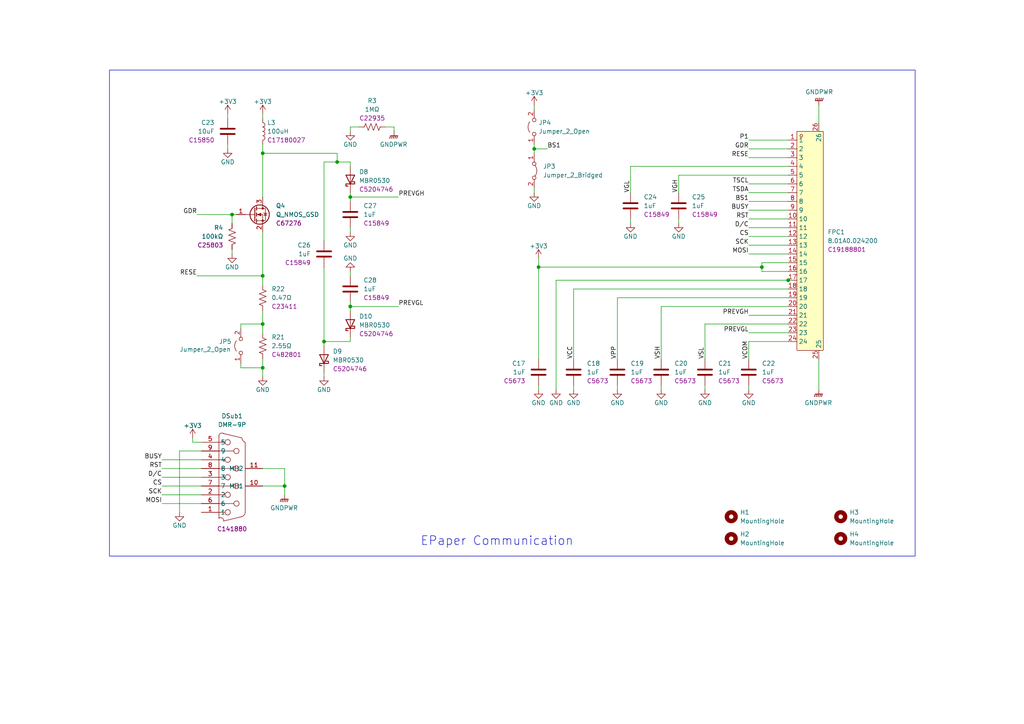
<source format=kicad_sch>
(kicad_sch (version 20250114) (generator "eeschema") (generator_version "9.0")
  (paper "A4")
  (title_block (title "Loft & Lie Line Alignment") (date "2025-02-06") (rev "Proto") (company "Ping Inc.") (comment 1 "MXXXX-2000") (comment 2 "MXXXX-6800") (comment 3 "Jerry Chau") (comment 4 "Jerry Chau"))
  (lib_symbols
    (symbol "JLCPCB_Capacitors_Basic:10uF_0805" (pin_numbers (hide yes)) (pin_names (offset 0.254))
      (property "Reference" "C" (at 0.635 2.54 0))
      (property "Value" "10uF" (at 0.635 -2.54 0))
      (property "JLCPCB Part #" "C15850" (at 4.572 -4.572 0))
      (symbol "10uF_0805_0_1"
        (polyline (pts (xy -2.032 0.762) (xy 2.032 0.762)) (stroke (width 0.508)))
        (polyline (pts (xy -2.032 -0.762) (xy 2.032 -0.762)) (stroke (width 0.508)))
      )
      (symbol "10uF_0805_1_1"
        (pin passive line (at 0 3.81 270) (length 2.794) (name "~") (number "1"))
        (pin passive line (at 0 -3.81 90) (length 2.794) (name "~") (number "2"))
      )
    )
    (symbol "JLCPCB_Capacitors_Basic:1uF_0603" (pin_numbers (hide yes)) (pin_names (offset 0.254))
      (property "Reference" "C" (at 0.635 2.54 0))
      (property "Value" "1uF" (at 0.635 -2.54 0))
      (property "JLCPCB Part #" "C15849" (at 4.572 -4.572 0))
      (symbol "1uF_0603_0_1"
        (polyline (pts (xy -2.032 0.762) (xy 2.032 0.762)) (stroke (width 0.508)))
        (polyline (pts (xy -2.032 -0.762) (xy 2.032 -0.762)) (stroke (width 0.508)))
      )
      (symbol "1uF_0603_1_1"
        (pin passive line (at 0 3.81 270) (length 2.794) (name "~") (number "1"))
        (pin passive line (at 0 -3.81 90) (length 2.794) (name "~") (number "2"))
      )
    )
    (symbol "JLCPCB_Capacitors_Extended:1uF_0603" (pin_numbers (hide yes)) (pin_names (offset 0.254))
      (property "Reference" "C" (at 0.635 2.54 0))
      (property "Value" "1uF" (at 0.635 -2.54 0))
      (property "JLCPCB Part #" "C5673" (at 4.572 -4.572 0))
      (symbol "1uF_0603_0_1"
        (polyline (pts (xy -2.032 0.762) (xy 2.032 0.762)) (stroke (width 0.508)))
        (polyline (pts (xy -2.032 -0.762) (xy 2.032 -0.762)) (stroke (width 0.508)))
      )
      (symbol "1uF_0603_1_1"
        (pin passive line (at 0 3.81 270) (length 2.794) (name "~") (number "1"))
        (pin passive line (at 0 -3.81 90) (length 2.794) (name "~") (number "2"))
      )
    )
    (symbol "JLCPCB_Connectors_Ribbon:8.01A0.024200"
      (property "Reference" "FPC" (at 0 39.37 0))
      (property "Value" "8.01A0.024200" (at 0 -39.37 0))
      (property "Supplier PN" "C19188801" (at 0 0 0))
      (symbol "8.01A0.024200_0_1"
        (rectangle (start -2.54 31.75) (end 5.08 -31.75) (fill (type background)))
        (circle (center -1.27 30.48) (radius 0.38))
        (pin unspecified line (at -5.08 29.21 0) (length 2.54) (name "1") (number "1"))
        (pin unspecified line (at -5.08 26.67 0) (length 2.54) (name "2") (number "2"))
        (pin unspecified line (at -5.08 24.13 0) (length 2.54) (name "3") (number "3"))
        (pin unspecified line (at -5.08 21.59 0) (length 2.54) (name "4") (number "4"))
        (pin unspecified line (at -5.08 19.05 0) (length 2.54) (name "5") (number "5"))
        (pin unspecified line (at -5.08 16.51 0) (length 2.54) (name "6") (number "6"))
        (pin unspecified line (at -5.08 13.97 0) (length 2.54) (name "7") (number "7"))
        (pin unspecified line (at -5.08 11.43 0) (length 2.54) (name "8") (number "8"))
        (pin unspecified line (at -5.08 8.89 0) (length 2.54) (name "9") (number "9"))
        (pin unspecified line (at -5.08 6.35 0) (length 2.54) (name "10") (number "10"))
        (pin unspecified line (at -5.08 3.81 0) (length 2.54) (name "11") (number "11"))
        (pin unspecified line (at -5.08 1.27 0) (length 2.54) (name "12") (number "12"))
        (pin unspecified line (at -5.08 -1.27 0) (length 2.54) (name "13") (number "13"))
        (pin unspecified line (at -5.08 -3.81 0) (length 2.54) (name "14") (number "14"))
        (pin unspecified line (at -5.08 -6.35 0) (length 2.54) (name "15") (number "15"))
        (pin unspecified line (at -5.08 -8.89 0) (length 2.54) (name "16") (number "16"))
        (pin unspecified line (at -5.08 -11.43 0) (length 2.54) (name "17") (number "17"))
        (pin unspecified line (at -5.08 -13.97 0) (length 2.54) (name "18") (number "18"))
        (pin unspecified line (at -5.08 -16.51 0) (length 2.54) (name "19") (number "19"))
        (pin unspecified line (at -5.08 -19.05 0) (length 2.54) (name "20") (number "20"))
        (pin unspecified line (at -5.08 -21.59 0) (length 2.54) (name "21") (number "21"))
        (pin unspecified line (at -5.08 -24.13 0) (length 2.54) (name "22") (number "22"))
        (pin unspecified line (at -5.08 -26.67 0) (length 2.54) (name "23") (number "23"))
        (pin unspecified line (at -5.08 -29.21 0) (length 2.54) (name "24") (number "24"))
        (pin unspecified line (at 3.81 34.29 270) (length 2.54) (name "26") (number "26"))
        (pin unspecified line (at 3.81 -34.29 90) (length 2.54) (name "25") (number "25"))
      )
    )
    (symbol "JLCPCB_Connectors_Right_Angle:DSUB_9POS_M_RA"
      (property "Reference" "DSub" (at 0 15.24 0))
      (property "Value" "DMR-9P" (at 0 -15.24 0))
      (symbol "DSUB_9POS_M_RA_0_1"
        (polyline (pts (xy -3.81 11.94) (xy -3.81 10.16)))
        (polyline (pts (xy -3.81 7.62) (xy 0.51 7.62)))
        (polyline (pts (xy -3.81 2.54) (xy 0.51 2.54)))
        (polyline (pts (xy -3.81 -2.54) (xy 0.51 -2.54)))
        (polyline (pts (xy -3.81 -7.62) (xy 0.51 -7.62)))
        (polyline (pts (xy -3.81 -10.16) (xy -3.81 10.16)))
        (polyline (pts (xy -3.81 -11.94) (xy -3.81 -10.16)))
        (arc (start -3.8 -11.85) (mid -2.8667 -11.8303) (end -2.42 -12.65))
        (arc (start -3.8 11.85) (mid -3.3839 12.7226) (end -2.42 12.65))
        (polyline (pts (xy -2.03 10.16) (xy -3.81 10.16)))
        (polyline (pts (xy -2.03 5.08) (xy -3.81 5.08)))
        (polyline (pts (xy -2.03 0) (xy -3.81 0)))
        (polyline (pts (xy -2.03 -5.08) (xy -3.81 -5.08)))
        (polyline (pts (xy -2.03 -10.16) (xy -3.81 -10.16)))
        (circle (center -1.27 10.16) (radius 0.76))
        (circle (center -1.27 5.08) (radius 0.76))
        (circle (center -1.27 0) (radius 0.76))
        (circle (center -1.27 -5.08) (radius 0.76))
        (circle (center -1.27 -10.16) (radius 0.76))
        (circle (center 1.27 7.62) (radius 0.76))
        (circle (center 1.27 2.54) (radius 0.76))
        (circle (center 1.27 -2.54) (radius 0.76))
        (circle (center 1.27 -7.62) (radius 0.76))
        (arc (start 3.81 -10.16) (mid 3.5409 -10.9294) (end 2.87 -11.39))
        (polyline (pts (xy 2.79 11.43) (xy -2.54 12.7)))
        (polyline (pts (xy 2.79 -11.43) (xy -2.54 -12.7)))
        (polyline (pts (xy 3.81 -10.16) (xy 3.81 10.16)))
        (arc (start 3.81 10.16) (mid 3.1463 10.6162) (end 2.89 11.38))
        (pin input line (at -8.89 10.16 0) (length 5.08) (name "5") (number "5"))
        (pin input line (at -8.89 7.62 0) (length 5.08) (name "9") (number "9"))
        (pin input line (at -8.89 5.08 0) (length 5.08) (name "4") (number "4"))
        (pin input line (at -8.89 2.54 0) (length 5.08) (name "8") (number "8"))
        (pin input line (at -8.89 0 0) (length 5.08) (name "3") (number "3"))
        (pin input line (at -8.89 -2.54 0) (length 5.08) (name "7") (number "7"))
        (pin input line (at -8.89 -5.08 0) (length 5.08) (name "2") (number "2"))
        (pin input line (at -8.89 -7.62 0) (length 5.08) (name "6") (number "6"))
        (pin input line (at -8.89 -10.16 0) (length 5.08) (name "1") (number "1"))
        (pin input line (at 8.89 2.54 180) (length 5.08) (name "MH2") (number "11"))
        (pin input line (at 8.89 -2.54 180) (length 5.08) (name "MH1") (number "10"))
      )
    )
    (symbol "JLCPCB_Diode_Extended:Schottky_30V_MBR0530" (pin_numbers (hide yes)) (pin_names (offset 1.016) (hide yes))
      (property "Reference" "D" (at 0 2.54 0))
      (property "Value" "MBR0530" (at 0 -2.54 0))
      (property "JLCPCB Part #" "C5204746" (at 0 -4.318 0))
      (symbol "Schottky_30V_MBR0530_0_1"
        (polyline (pts (xy -1.905 0.635) (xy -1.905 1.27) (xy -1.27 1.27) (xy -1.27 -1.27) (xy -0.635 -1.27) (xy -0.635 -0.635)) (stroke (width 0.254)))
        (polyline (pts (xy 1.27 1.27) (xy 1.27 -1.27) (xy -1.27 0) (xy 1.27 1.27)) (stroke (width 0.254)))
        (polyline (pts (xy 1.27 0) (xy -1.27 0)))
      )
      (symbol "Schottky_30V_MBR0530_1_1"
        (pin passive line (at -3.81 0 0) (length 2.54) (name "K") (number "1"))
        (pin passive line (at 3.81 0 180) (length 2.54) (name "A") (number "2"))
      )
    )
    (symbol "JLCPCB_Inductors:100uH_SMD_ Coilcraft" (pin_numbers (hide yes)) (pin_names (offset 1.016) (hide yes))
      (property "Reference" "L" (at -1.27 0 90))
      (property "Value" "100uH" (at 1.905 0 90))
      (property "JLCPCB Part #" "C17180027" (at 4.318 0.254 90))
      (symbol "100uH_SMD_ Coilcraft_0_1"
        (arc (start 0 2.54) (mid 0.6323 1.905) (end 0 1.27))
        (arc (start 0 1.27) (mid 0.6323 0.635) (end 0 0))
        (arc (start 0 0) (mid 0.6323 -0.635) (end 0 -1.27))
        (arc (start 0 -1.27) (mid 0.6323 -1.905) (end 0 -2.54))
      )
      (symbol "100uH_SMD_ Coilcraft_1_1"
        (pin passive line (at 0 3.81 270) (length 1.27) (name "1") (number "1"))
        (pin passive line (at 0 -3.81 90) (length 1.27) (name "2") (number "2"))
      )
    )
    (symbol "JLCPCB_Resistors_Basic:100kΩ_0603" (pin_numbers (hide yes)) (pin_names (offset 0))
      (property "Reference" "R" (at -4.572 0.254 90))
      (property "Value" "100kΩ" (at -2.54 0 90))
      (property "JLCPCB Part #" "C25803" (at 2.794 0 90))
      (symbol "100kΩ_0603_0_1"
        (polyline (pts (xy 0 2.286) (xy 0 2.54)))
        (polyline (pts (xy 0 2.286) (xy 1.016 1.905) (xy 0 1.524) (xy -1.016 1.143) (xy 0 0.762)))
        (polyline (pts (xy 0 0.762) (xy 1.016 0.381) (xy 0 0) (xy -1.016 -0.381) (xy 0 -0.762)))
        (polyline (pts (xy 0 -0.762) (xy 1.016 -1.143) (xy 0 -1.524) (xy -1.016 -1.905) (xy 0 -2.286)))
        (polyline (pts (xy 0 -2.286) (xy 0 -2.54)))
      )
      (symbol "100kΩ_0603_1_1"
        (pin passive line (at 0 3.81 270) (length 1.27) (name "~") (number "1"))
        (pin passive line (at 0 -3.81 90) (length 1.27) (name "~") (number "2"))
      )
    )
    (symbol "JLCPCB_Resistors_Basic:1MΩ_0603" (pin_numbers (hide yes)) (pin_names (offset 0))
      (property "Reference" "R" (at -4.572 0.254 90))
      (property "Value" "1MΩ" (at -2.54 0 90))
      (property "JLCPCB Part #" "C22935" (at 2.794 0 90))
      (symbol "1MΩ_0603_0_1"
        (polyline (pts (xy 0 2.286) (xy 0 2.54)))
        (polyline (pts (xy 0 2.286) (xy 1.016 1.905) (xy 0 1.524) (xy -1.016 1.143) (xy 0 0.762)))
        (polyline (pts (xy 0 0.762) (xy 1.016 0.381) (xy 0 0) (xy -1.016 -0.381) (xy 0 -0.762)))
        (polyline (pts (xy 0 -0.762) (xy 1.016 -1.143) (xy 0 -1.524) (xy -1.016 -1.905) (xy 0 -2.286)))
        (polyline (pts (xy 0 -2.286) (xy 0 -2.54)))
      )
      (symbol "1MΩ_0603_1_1"
        (pin passive line (at 0 3.81 270) (length 1.27) (name "~") (number "1"))
        (pin passive line (at 0 -3.81 90) (length 1.27) (name "~") (number "2"))
      )
    )
    (symbol "JLCPCB_Resistors_Extended:0.47Ω_0603" (pin_numbers (hide yes)) (pin_names (offset 0))
      (property "Reference" "R" (at -4.572 0.254 90))
      (property "Value" "0.47Ω" (at -2.54 0 90))
      (property "JLCPCB Part #" "C23411" (at 2.794 0 90))
      (symbol "0.47Ω_0603_0_1"
        (polyline (pts (xy 0 2.286) (xy 0 2.54)))
        (polyline (pts (xy 0 2.286) (xy 1.016 1.905) (xy 0 1.524) (xy -1.016 1.143) (xy 0 0.762)))
        (polyline (pts (xy 0 0.762) (xy 1.016 0.381) (xy 0 0) (xy -1.016 -0.381) (xy 0 -0.762)))
        (polyline (pts (xy 0 -0.762) (xy 1.016 -1.143) (xy 0 -1.524) (xy -1.016 -1.905) (xy 0 -2.286)))
        (polyline (pts (xy 0 -2.286) (xy 0 -2.54)))
      )
      (symbol "0.47Ω_0603_1_1"
        (pin passive line (at 0 3.81 270) (length 1.27) (name "~") (number "1"))
        (pin passive line (at 0 -3.81 90) (length 1.27) (name "~") (number "2"))
      )
    )
    (symbol "JLCPCB_Resistors_Extended:2.55Ω_0603" (pin_numbers (hide yes)) (pin_names (offset 0))
      (property "Reference" "R" (at -4.572 0.254 90))
      (property "Value" "2.55Ω" (at -2.54 0 90))
      (property "JLCPCB Part #" "C482801" (at 2.794 0 90))
      (symbol "2.55Ω_0603_0_1"
        (polyline (pts (xy 0 2.286) (xy 0 2.54)))
        (polyline (pts (xy 0 2.286) (xy 1.016 1.905) (xy 0 1.524) (xy -1.016 1.143) (xy 0 0.762)))
        (polyline (pts (xy 0 0.762) (xy 1.016 0.381) (xy 0 0) (xy -1.016 -0.381) (xy 0 -0.762)))
        (polyline (pts (xy 0 -0.762) (xy 1.016 -1.143) (xy 0 -1.524) (xy -1.016 -1.905) (xy 0 -2.286)))
        (polyline (pts (xy 0 -2.286) (xy 0 -2.54)))
      )
      (symbol "2.55Ω_0603_1_1"
        (pin passive line (at 0 3.81 270) (length 1.27) (name "~") (number "1"))
        (pin passive line (at 0 -3.81 90) (length 1.27) (name "~") (number "2"))
      )
    )
    (symbol "JLCPCB_Transistors:Q_NMOS_GSD_IRLML6346TRPBF" (pin_names (offset 0) (hide yes))
      (property "Reference" "Q" (at 5.08 1.27 0))
      (property "Value" "Q_NMOS_GSD" (at 5.08 -1.27 0))
      (property "JLCPCB Part #" "C67276" (at 8.89 -3.81 0))
      (symbol "Q_NMOS_GSD_IRLML6346TRPBF_0_1"
        (polyline (pts (xy 0.254 1.905) (xy 0.254 -1.905)) (stroke (width 0.254)))
        (polyline (pts (xy 0.254 0) (xy -2.54 0)))
        (polyline (pts (xy 0.762 2.286) (xy 0.762 1.27)) (stroke (width 0.254)))
        (polyline (pts (xy 0.762 0.508) (xy 0.762 -0.508)) (stroke (width 0.254)))
        (polyline (pts (xy 0.762 -1.27) (xy 0.762 -2.286)) (stroke (width 0.254)))
        (polyline (pts (xy 0.762 -1.778) (xy 3.302 -1.778) (xy 3.302 1.778) (xy 0.762 1.778)))
        (polyline (pts (xy 1.016 0) (xy 2.032 0.381) (xy 2.032 -0.381) (xy 1.016 0)) (fill (type outline)))
        (circle (center 1.651 0) (radius 2.794) (stroke (width 0.254)))
        (polyline (pts (xy 2.54 2.54) (xy 2.54 1.778)))
        (circle (center 2.54 1.778) (radius 0.254) (fill (type outline)))
        (circle (center 2.54 -1.778) (radius 0.254) (fill (type outline)))
        (polyline (pts (xy 2.54 -2.54) (xy 2.54 0) (xy 0.762 0)))
        (polyline (pts (xy 2.794 0.508) (xy 2.921 0.381) (xy 3.683 0.381) (xy 3.81 0.254)))
        (polyline (pts (xy 3.302 0.381) (xy 2.921 -0.254) (xy 3.683 -0.254) (xy 3.302 0.381)))
      )
      (symbol "Q_NMOS_GSD_IRLML6346TRPBF_1_1"
        (pin input line (at -5.08 0 0) (length 2.54) (name "G") (number "1"))
        (pin passive line (at 2.54 5.08 270) (length 2.54) (name "D") (number "3"))
        (pin passive line (at 2.54 -5.08 90) (length 2.54) (name "S") (number "2"))
      )
    )
    (symbol "Jumper:Jumper_2_Bridged" (pin_names (offset 0) (hide yes))
      (property "Reference" "JP" (at 0 1.905 0))
      (property "Value" "Jumper_2_Bridged" (at 0 -2.54 0))
      (symbol "Jumper_2_Bridged_0_0"
        (circle (center -2.032 0) (radius 0.508))
        (circle (center 2.032 0) (radius 0.508))
      )
      (symbol "Jumper_2_Bridged_0_1"
        (arc (start -1.524 0.254) (mid 0 0.762) (end 1.524 0.254))
      )
      (symbol "Jumper_2_Bridged_1_1"
        (pin passive line (at -5.08 0 0) (length 2.54) (name "A") (number "1"))
        (pin passive line (at 5.08 0 180) (length 2.54) (name "B") (number "2"))
      )
    )
    (symbol "Jumper:Jumper_2_Open" (pin_names (offset 0) (hide yes))
      (property "Reference" "JP" (at 0 2.794 0))
      (property "Value" "Jumper_2_Open" (at 0 -2.286 0))
      (symbol "Jumper_2_Open_0_0"
        (circle (center -2.032 0) (radius 0.508))
        (circle (center 2.032 0) (radius 0.508))
      )
      (symbol "Jumper_2_Open_0_1"
        (arc (start -1.524 1.27) (mid 0 1.778) (end 1.524 1.27))
      )
      (symbol "Jumper_2_Open_1_1"
        (pin passive line (at -5.08 0 0) (length 2.54) (name "A") (number "1"))
        (pin passive line (at 5.08 0 180) (length 2.54) (name "B") (number "2"))
      )
    )
    (symbol "Mechanical:MountingHole" (pin_names (offset 1.016))
      (property "Reference" "H" (at 0 5.08 0))
      (property "Value" "MountingHole" (at 0 3.175 0))
      (symbol "MountingHole_0_1"
        (circle (center 0 0) (radius 1.27) (stroke (width 1.27)))
      )
    )
    (symbol "power:+3.3V" (power) (pin_names (offset 0))
      (property "Value" "+3.3V" (at 0 3.556 0))
      (symbol "+3.3V_0_1"
        (polyline (pts (xy -0.762 1.27) (xy 0 2.54)))
        (polyline (pts (xy 0 2.54) (xy 0.762 1.27)))
        (polyline (pts (xy 0 0) (xy 0 2.54)))
      )
      (symbol "+3.3V_1_1"
        (pin power_in line (at 0 0 90) (length 0) (hide yes) (name "+3V3") (number "1"))
      )
    )
    (symbol "power:GND" (power) (pin_names (offset 0))
      (property "Value" "GND" (at 0 -3.81 0))
      (symbol "GND_0_1"
        (polyline (pts (xy 0 0) (xy 0 -1.27) (xy 1.27 -1.27) (xy 0 -2.54) (xy -1.27 -1.27) (xy 0 -1.27)))
      )
      (symbol "GND_1_1"
        (pin power_in line (at 0 0 270) (length 0) (hide yes) (name "GND") (number "1"))
      )
    )
    (symbol "power:GNDPWR" (power) (pin_names (offset 0))
      (property "Value" "GNDPWR" (at 0 -3.302 0))
      (symbol "GNDPWR_0_1"
        (polyline (pts (xy -1.016 -1.27) (xy -1.27 -2.032) (xy -1.27 -2.032)) (stroke (width 0.2032)))
        (polyline (pts (xy -0.508 -1.27) (xy -0.762 -2.032) (xy -0.762 -2.032)) (stroke (width 0.2032)))
        (polyline (pts (xy 0 -1.27) (xy 0 0)))
        (polyline (pts (xy 0 -1.27) (xy -0.254 -2.032) (xy -0.254 -2.032)) (stroke (width 0.2032)))
        (polyline (pts (xy 0.508 -1.27) (xy 0.254 -2.032) (xy 0.254 -2.032)) (stroke (width 0.2032)))
        (polyline (pts (xy 1.016 -1.27) (xy -1.016 -1.27) (xy -1.016 -1.27)) (stroke (width 0.2032)))
        (polyline (pts (xy 1.016 -1.27) (xy 0.762 -2.032) (xy 0.762 -2.032) (xy 0.762 -2.032)) (stroke (width 0.2032)))
      )
      (symbol "GNDPWR_1_1"
        (pin power_in line (at 0 0 270) (length 0) (hide yes) (name "GNDPWR") (number "1"))
      )
    )
  )
  (rectangle (start 31.75 20.32) (end 265.43 161.29))
  (text "EPaper Communication" (at 121.92 158.496 0) (effects (font (size 2.54 2.54)) (justify left bottom)))
  (junction (at 156.21 77.47))
  (junction (at 154.94 43.18))
  (junction (at 220.98 77.47))
  (junction (at 76.2 80.01))
  (junction (at 67.31 62.23))
  (junction (at 76.2 44.45))
  (junction (at 228.6 81.28))
  (junction (at 97.79 46.99))
  (junction (at 101.6 57.15))
  (junction (at 93.98 99.06))
  (junction (at 76.2 106.68))
  (junction (at 101.6 88.9))
  (junction (at 76.2 93.98))
  (junction (at 82.55 140.97))
  (wire (pts (xy 220.98 76.2) (xy 220.98 77.47)))
  (wire (pts (xy 46.99 138.43) (xy 58.42 138.43)))
  (wire (pts (xy 196.85 55.88) (xy 196.85 50.8)))
  (wire (pts (xy 57.15 80.01) (xy 76.2 80.01)))
  (wire (pts (xy 101.6 97.79) (xy 101.6 99.06)))
  (wire (pts (xy 179.07 86.36) (xy 179.07 104.14)))
  (wire (pts (xy 217.17 113.03) (xy 217.17 111.76)))
  (wire (pts (xy 237.49 113.03) (xy 237.49 104.14)))
  (wire (pts (xy 58.42 128.27) (xy 55.88 128.27)))
  (wire (pts (xy 101.6 57.15) (xy 101.6 58.42)))
  (wire (pts (xy 217.17 58.42) (xy 228.6 58.42)))
  (wire (pts (xy 97.79 46.99) (xy 93.98 46.99)))
  (wire (pts (xy 166.37 83.82) (xy 166.37 104.14)))
  (wire (pts (xy 76.2 106.68) (xy 76.2 104.14)))
  (wire (pts (xy 82.55 135.89) (xy 82.55 140.97)))
  (wire (pts (xy 154.94 41.91) (xy 154.94 43.18)))
  (wire (pts (xy 204.47 113.03) (xy 204.47 111.76)))
  (wire (pts (xy 93.98 109.22) (xy 93.98 107.95)))
  (wire (pts (xy 97.79 44.45) (xy 97.79 46.99)))
  (wire (pts (xy 217.17 60.96) (xy 228.6 60.96)))
  (wire (pts (xy 76.2 109.22) (xy 76.2 106.68)))
  (wire (pts (xy 76.2 44.45) (xy 76.2 57.15)))
  (wire (pts (xy 82.55 140.97) (xy 76.2 140.97)))
  (wire (pts (xy 228.6 83.82) (xy 166.37 83.82)))
  (wire (pts (xy 217.17 40.64) (xy 228.6 40.64)))
  (wire (pts (xy 217.17 68.58) (xy 228.6 68.58)))
  (wire (pts (xy 101.6 48.26) (xy 101.6 46.99)))
  (wire (pts (xy 228.6 93.98) (xy 204.47 93.98)))
  (wire (pts (xy 76.2 90.17) (xy 76.2 93.98)))
  (wire (pts (xy 154.94 43.18) (xy 158.75 43.18)))
  (wire (pts (xy 104.14 36.83) (xy 101.6 36.83)))
  (wire (pts (xy 220.98 78.74) (xy 228.6 78.74)))
  (wire (pts (xy 217.17 66.04) (xy 228.6 66.04)))
  (wire (pts (xy 67.31 62.23) (xy 67.31 64.77)))
  (wire (pts (xy 69.85 106.68) (xy 76.2 106.68)))
  (wire (pts (xy 154.94 55.88) (xy 154.94 54.61)))
  (wire (pts (xy 217.17 91.44) (xy 228.6 91.44)))
  (wire (pts (xy 93.98 99.06) (xy 93.98 77.47)))
  (wire (pts (xy 97.79 46.99) (xy 101.6 46.99)))
  (wire (pts (xy 46.99 133.35) (xy 58.42 133.35)))
  (wire (pts (xy 76.2 41.91) (xy 76.2 44.45)))
  (wire (pts (xy 93.98 69.85) (xy 93.98 46.99)))
  (wire (pts (xy 101.6 55.88) (xy 101.6 57.15)))
  (wire (pts (xy 217.17 96.52) (xy 228.6 96.52)))
  (wire (pts (xy 156.21 74.93) (xy 156.21 77.47)))
  (wire (pts (xy 69.85 95.25) (xy 69.85 93.98)))
  (wire (pts (xy 76.2 82.55) (xy 76.2 80.01)))
  (wire (pts (xy 220.98 77.47) (xy 220.98 78.74)))
  (wire (pts (xy 66.04 33.02) (xy 66.04 34.29)))
  (wire (pts (xy 69.85 93.98) (xy 76.2 93.98)))
  (wire (pts (xy 68.58 62.23) (xy 67.31 62.23)))
  (wire (pts (xy 66.04 43.18) (xy 66.04 41.91)))
  (wire (pts (xy 154.94 43.18) (xy 154.94 44.45)))
  (wire (pts (xy 237.49 30.48) (xy 237.49 35.56)))
  (wire (pts (xy 228.6 76.2) (xy 220.98 76.2)))
  (wire (pts (xy 191.77 113.03) (xy 191.77 111.76)))
  (wire (pts (xy 191.77 88.9) (xy 191.77 104.14)))
  (wire (pts (xy 114.3 36.83) (xy 114.3 38.1)))
  (wire (pts (xy 52.07 130.81) (xy 52.07 148.59)))
  (wire (pts (xy 58.42 130.81) (xy 52.07 130.81)))
  (wire (pts (xy 76.2 96.52) (xy 76.2 93.98)))
  (wire (pts (xy 46.99 146.05) (xy 58.42 146.05)))
  (wire (pts (xy 228.6 48.26) (xy 182.88 48.26)))
  (wire (pts (xy 217.17 63.5) (xy 228.6 63.5)))
  (wire (pts (xy 93.98 99.06) (xy 101.6 99.06)))
  (wire (pts (xy 55.88 128.27) (xy 55.88 127)))
  (wire (pts (xy 69.85 105.41) (xy 69.85 106.68)))
  (wire (pts (xy 76.2 33.02) (xy 76.2 34.29)))
  (wire (pts (xy 228.6 73.66) (xy 217.17 73.66)))
  (wire (pts (xy 228.6 81.28) (xy 161.29 81.28)))
  (wire (pts (xy 57.15 62.23) (xy 67.31 62.23)))
  (wire (pts (xy 217.17 71.12) (xy 228.6 71.12)))
  (wire (pts (xy 46.99 135.89) (xy 58.42 135.89)))
  (wire (pts (xy 166.37 113.03) (xy 166.37 111.76)))
  (wire (pts (xy 101.6 36.83) (xy 101.6 38.1)))
  (wire (pts (xy 217.17 43.18) (xy 228.6 43.18)))
  (wire (pts (xy 182.88 48.26) (xy 182.88 55.88)))
  (wire (pts (xy 111.76 36.83) (xy 114.3 36.83)))
  (wire (pts (xy 101.6 78.74) (xy 101.6 80.01)))
  (wire (pts (xy 161.29 81.28) (xy 161.29 113.03)))
  (wire (pts (xy 46.99 140.97) (xy 58.42 140.97)))
  (wire (pts (xy 67.31 73.66) (xy 67.31 72.39)))
  (wire (pts (xy 217.17 53.34) (xy 228.6 53.34)))
  (wire (pts (xy 156.21 77.47) (xy 156.21 104.14)))
  (wire (pts (xy 228.6 86.36) (xy 179.07 86.36)))
  (wire (pts (xy 76.2 44.45) (xy 97.79 44.45)))
  (wire (pts (xy 82.55 143.51) (xy 82.55 140.97)))
  (wire (pts (xy 228.6 99.06) (xy 217.17 99.06)))
  (wire (pts (xy 204.47 93.98) (xy 204.47 104.14)))
  (wire (pts (xy 154.94 30.48) (xy 154.94 31.75)))
  (wire (pts (xy 217.17 99.06) (xy 217.17 104.14)))
  (wire (pts (xy 182.88 64.77) (xy 182.88 63.5)))
  (wire (pts (xy 76.2 135.89) (xy 82.55 135.89)))
  (wire (pts (xy 101.6 88.9) (xy 115.57 88.9)))
  (wire (pts (xy 156.21 113.03) (xy 156.21 111.76)))
  (wire (pts (xy 217.17 45.72) (xy 228.6 45.72)))
  (wire (pts (xy 93.98 99.06) (xy 93.98 100.33)))
  (wire (pts (xy 76.2 67.31) (xy 76.2 80.01)))
  (wire (pts (xy 58.42 143.51) (xy 46.99 143.51)))
  (wire (pts (xy 196.85 64.77) (xy 196.85 63.5)))
  (wire (pts (xy 101.6 67.31) (xy 101.6 66.04)))
  (wire (pts (xy 217.17 55.88) (xy 228.6 55.88)))
  (wire (pts (xy 101.6 57.15) (xy 115.57 57.15)))
  (wire (pts (xy 229.87 81.28) (xy 228.6 81.28)))
  (wire (pts (xy 228.6 88.9) (xy 191.77 88.9)))
  (wire (pts (xy 179.07 113.03) (xy 179.07 111.76)))
  (wire (pts (xy 101.6 88.9) (xy 101.6 87.63)))
  (wire (pts (xy 101.6 88.9) (xy 101.6 90.17)))
  (wire (pts (xy 196.85 50.8) (xy 228.6 50.8)))
  (wire (pts (xy 220.98 77.47) (xy 156.21 77.47)))
  (label "VSL" (at 204.47 104.14 90))
  (label "BS1" (at 158.75 43.18 0))
  (label "VCC" (at 166.37 104.14 90))
  (label "VSH" (at 191.77 104.14 90))
  (label "BUSY" (at 46.99 133.35 180))
  (label "CS" (at 217.17 68.58 180))
  (label "RESE" (at 217.17 45.72 180))
  (label "VGH" (at 196.85 55.88 90))
  (label "SCK" (at 46.99 143.51 180))
  (label "PREVGL" (at 115.57 88.9 0))
  (label "PREVGL" (at 217.17 96.52 180))
  (label "D{slash}C" (at 46.99 138.43 180))
  (label "MOSI" (at 217.17 73.66 180))
  (label "GDR" (at 217.17 43.18 180))
  (label "GDR" (at 57.15 62.23 180))
  (label "TSDA" (at 217.17 55.88 180))
  (label "D{slash}C" (at 217.17 66.04 180))
  (label "VGL" (at 182.88 55.88 90))
  (label "PREVGH" (at 217.17 91.44 180))
  (label "SCK" (at 217.17 71.12 180))
  (label "TSCL" (at 217.17 53.34 180))
  (label "VCOM" (at 217.17 104.14 90))
  (label "RESE" (at 57.15 80.01 180))
  (label "PREVGH" (at 115.57 57.15 0))
  (label "P1" (at 217.17 40.64 180))
  (label "RST" (at 46.99 135.89 180))
  (label "RST" (at 217.17 63.5 180))
  (label "VPP" (at 179.07 104.14 90))
  (label "BS1" (at 217.17 58.42 180))
  (label "BUSY" (at 217.17 60.96 180))
  (label "MOSI" (at 46.99 146.05 180))
  (label "CS" (at 46.99 140.97 180))
  (symbol (lib_id "Jumper:Jumper_2_Open") (at 69.85 100.33 90) (unit 1)
    (property "Reference" "JP5" (at 63.5 99.06 90) (effects (justify right)))
    (property "Value" "Jumper_2_Open" (at 52.07 101.346 90) (effects (justify right)))
    (property "Footprint" "Jumper:SolderJumper-2_P1.3mm_Open_RoundedPad1.0x1.5mm" (effects (hide yes)))
    (property "Description" "Jumper, 2-pole, open" (effects (hide yes)))
  )
  (symbol (lib_id "JLCPCB_Capacitors_Extended:1uF_0603") (at 179.07 107.95 0) (unit 1)
    (property "Reference" "C19" (at 182.88 105.4099 0) (effects (justify left)))
    (property "Value" "1uF" (at 182.88 107.9499 0) (effects (justify left)))
    (property "Footprint" "Capacitor_SMD:C_0603_1608Metric" (effects (hide yes)))
    (property "Datasheet" "https://jlcpcb.com/api/file/downloadByFileSystemAccessId/8586178237072617472" (effects (hide yes)))
    (property "Description" "1uF 25V X5R ±10% 0603 Multilayer Ceramic Capacitors MLCC - SMD/SMT ROHS" (effects (hide yes)))
    (property "JLCPCB Part #" "C5673" (at 182.88 110.4899 0) (effects (justify left)))
    (property "JLCPCB Rotation Offset" "0" (effects (hide yes)))
    (property "JLCPCB Position Offset" "0,0" (effects (hide yes)))
    (property "Manufacturer" "Samsung Electro-Mechanics" (effects (hide yes)))
    (property "Manufacturer PN" "CL10A105KA8NNNC" (effects (hide yes)))
    (property "Supplier" "JLCPCB" (effects (hide yes)))
    (property "Supplier PN" "C5673" (effects (hide yes)))
  )
  (symbol (lib_id "power:GND") (at 196.85 64.77 0) (unit 1)
    (property "Reference" "#PWR061" (effects (hide yes)))
    (property "Value" "GND" (at 196.85 68.58 0))
  )
  (symbol (lib_id "power:GND") (at 217.17 113.03 0) (unit 1)
    (property "Reference" "#PWR057" (effects (hide yes)))
    (property "Value" "GND" (at 217.17 116.84 0))
  )
  (symbol (lib_id "JLCPCB_Diode_Extended:Schottky_30V_MBR0530") (at 93.98 104.14 90) (unit 1)
    (property "Reference" "D9" (at 96.52 101.9174 90) (effects (justify right)))
    (property "Value" "MBR0530" (at 96.52 104.4574 90) (effects (justify right)))
    (property "Footprint" "Diode_SMD:D_SOD-123" (effects (hide yes)))
    (property "Datasheet" "https://jlcpcb.com/api/file/downloadByFileSystemAccessId/8590905791706705920" (effects (hide yes)))
    (property "Description" "130uA 30V 5.5A 500mA 500mV@500mA Independent SOD-123 Schottky Diodes ROHS" (effects (hide yes)))
    (property "JLCPCB Part #" "C5204746" (at 96.52 106.9974 90) (effects (justify right)))
    (property "JLCPCB Rotation Offset" "0" (effects (hide yes)))
    (property "JLCPCB Position Offset" "0,0" (effects (hide yes)))
    (property "Manufacturer" "MDD(Microdiode Semiconductor)" (effects (hide yes)))
    (property "Manufacturer Part #" "MBR0530" (effects (hide yes)))
    (property "Supplier" "JLCPCB" (effects (hide yes)))
    (property "Supplier Part #" "C5204746" (effects (hide yes)))
    (property "Manufacturer PN" "MBR0530" (effects (hide yes)))
    (property "Supplier PN" "C5204746" (effects (hide yes)))
  )
  (symbol (lib_id "power:+3.3V") (at 55.88 127 0) (mirror y) (unit 1)
    (property "Reference" "#PWR01" (effects (hide yes)))
    (property "Value" "+3V3" (at 55.88 123.444 0))
  )
  (symbol (lib_id "JLCPCB_Resistors_Basic:1MΩ_0603") (at 107.95 36.83 90) (unit 1)
    (property "Reference" "R3" (at 107.95 29.21 90))
    (property "Value" "1MΩ" (at 107.95 31.75 90))
    (property "Footprint" "Resistor_SMD:R_0603_1608Metric" (effects (hide yes)))
    (property "Datasheet" "https://jlcpcb.com/api/file/downloadByFileSystemAccessId/8579706152755920896" (effects (hide yes)))
    (property "Description" "-55℃~+155℃ 100mW 1MΩ 75V Thick Film Resistor ±1% ±100ppm/℃ 0603 Chip Resistor - Surface Mount ROHS" (effects (hide yes)))
    (property "JLCPCB Part #" "C22935" (at 107.95 34.29 90))
    (property "JLCPCB Rotation Offset" "0" (effects (hide yes)))
    (property "JLCPCB Position Offset" "0,0" (effects (hide yes)))
    (property "Manufacturer" "UNI-ROYAL(Uniroyal Elec)" (effects (hide yes)))
    (property "Manufacturer PN" "0603WAF1004T5E" (effects (hide yes)))
    (property "Supplier" "JLCPCB" (effects (hide yes)))
    (property "Supplier PN" "C22935" (effects (hide yes)))
  )
  (symbol (lib_id "JLCPCB_Capacitors_Basic:1uF_0603") (at 196.85 59.69 0) (unit 1)
    (property "Reference" "C25" (at 200.66 57.1499 0) (effects (justify left)))
    (property "Value" "1uF" (at 200.66 59.6899 0) (effects (justify left)))
    (property "Footprint" "Capacitor_SMD:C_0603_1608Metric" (effects (hide yes)))
    (property "Datasheet" "https://jlcpcb.com/api/file/downloadByFileSystemAccessId/8556213788459761664" (effects (hide yes)))
    (property "Description" "1uF 50V X5R ±10% 0603 Multilayer Ceramic Capacitors MLCC - SMD/SMT ROHS" (effects (hide yes)))
    (property "JLCPCB Part #" "C15849" (at 200.66 62.2299 0) (effects (justify left)))
    (property "JLCPCB Rotation Offset" "0" (effects (hide yes)))
    (property "JLCPCB Position Offset" "0,0" (effects (hide yes)))
    (property "Manufacturer" "Samsung Electro-Mechanics" (effects (hide yes)))
    (property "Manufacturer PN" "CL10A105KB8NNNC" (effects (hide yes)))
    (property "Supplier" "JLCPCB" (effects (hide yes)))
    (property "Supplier PN" "C15849" (effects (hide yes)))
  )
  (symbol (lib_id "power:GND") (at 67.31 73.66 0) (unit 1)
    (property "Reference" "#PWR065" (effects (hide yes)))
    (property "Value" "GND" (at 67.31 77.47 0))
  )
  (symbol (lib_id "power:GNDPWR") (at 114.3 38.1 0) (unit 1)
    (property "Reference" "#PWR066" (effects (hide yes)))
    (property "Value" "GNDPWR" (at 114.173 41.91 0))
    (property "Description" "Power symbol creates a global label with name \"GNDPWR\" , global ground" (effects (hide yes)))
  )
  (symbol (lib_id "Jumper:Jumper_2_Bridged") (at 154.94 49.53 270) (unit 1)
    (property "Reference" "JP3" (at 157.48 48.2599 90) (effects (justify left)))
    (property "Value" "Jumper_2_Bridged" (at 157.48 50.7999 90) (effects (justify left)))
    (property "Footprint" "Jumper:SolderJumper-2_P1.3mm_Bridged_RoundedPad1.0x1.5mm" (effects (hide yes)))
    (property "Description" "Jumper, 2-pole, closed/bridged" (effects (hide yes)))
  )
  (symbol (lib_id "JLCPCB_Capacitors_Basic:1uF_0603") (at 93.98 73.66 0) (mirror y) (unit 1)
    (property "Reference" "C26" (at 90.17 71.1199 0) (effects (justify left)))
    (property "Value" "1uF" (at 90.17 73.6599 0) (effects (justify left)))
    (property "Footprint" "Capacitor_SMD:C_0603_1608Metric" (effects (hide yes)))
    (property "Datasheet" "https://jlcpcb.com/api/file/downloadByFileSystemAccessId/8556213788459761664" (effects (hide yes)))
    (property "Description" "1uF 50V X5R ±10% 0603 Multilayer Ceramic Capacitors MLCC - SMD/SMT ROHS" (effects (hide yes)))
    (property "JLCPCB Part #" "C15849" (at 90.17 76.1999 0) (effects (justify left)))
    (property "JLCPCB Rotation Offset" "0" (effects (hide yes)))
    (property "JLCPCB Position Offset" "0,0" (effects (hide yes)))
    (property "Manufacturer" "Samsung Electro-Mechanics" (effects (hide yes)))
    (property "Manufacturer PN" "CL10A105KB8NNNC" (effects (hide yes)))
    (property "Supplier" "JLCPCB" (effects (hide yes)))
    (property "Supplier PN" "C15849" (effects (hide yes)))
  )
  (symbol (lib_id "JLCPCB_Capacitors_Basic:1uF_0603") (at 101.6 62.23 0) (unit 1)
    (property "Reference" "C27" (at 105.41 59.6899 0) (effects (justify left)))
    (property "Value" "1uF" (at 105.41 62.2299 0) (effects (justify left)))
    (property "Footprint" "Capacitor_SMD:C_0603_1608Metric" (effects (hide yes)))
    (property "Datasheet" "https://jlcpcb.com/api/file/downloadByFileSystemAccessId/8556213788459761664" (effects (hide yes)))
    (property "Description" "1uF 50V X5R ±10% 0603 Multilayer Ceramic Capacitors MLCC - SMD/SMT ROHS" (effects (hide yes)))
    (property "JLCPCB Part #" "C15849" (at 105.41 64.7699 0) (effects (justify left)))
    (property "JLCPCB Rotation Offset" "0" (effects (hide yes)))
    (property "JLCPCB Position Offset" "0,0" (effects (hide yes)))
    (property "Manufacturer" "Samsung Electro-Mechanics" (effects (hide yes)))
    (property "Manufacturer PN" "CL10A105KB8NNNC" (effects (hide yes)))
    (property "Supplier" "JLCPCB" (effects (hide yes)))
    (property "Supplier PN" "C15849" (effects (hide yes)))
  )
  (symbol (lib_id "power:+3.3V") (at 76.2 33.02 0) (unit 1)
    (property "Reference" "#PWR062" (effects (hide yes)))
    (property "Value" "+3V3" (at 76.2 29.464 0))
  )
  (symbol (lib_id "power:GND") (at 166.37 113.03 0) (unit 1)
    (property "Reference" "#PWR053" (effects (hide yes)))
    (property "Value" "GND" (at 166.37 116.84 0))
  )
  (symbol (lib_id "power:GND") (at 182.88 64.77 0) (unit 1)
    (property "Reference" "#PWR060" (effects (hide yes)))
    (property "Value" "GND" (at 182.88 68.58 0))
  )
  (symbol (lib_id "JLCPCB_Resistors_Extended:0.47Ω_0603") (at 76.2 86.36 0) (unit 1)
    (property "Reference" "R22" (at 78.74 83.8199 0) (effects (justify left)))
    (property "Value" "0.47Ω" (at 78.74 86.3599 0) (effects (justify left)))
    (property "Footprint" "Resistor_SMD:R_0603_1608Metric" (effects (hide yes)))
    (property "Datasheet" "https://jlcpcb.com/api/file/downloadByFileSystemAccessId/8586178211705196544" (effects (hide yes)))
    (property "Description" "-55℃~+155℃ 100mW 470mΩ 75V Thick Film Resistor ±1% ±800ppm/℃ 0603 Chip Resistor - Surface Mount ROHS" (effects (hide yes)))
    (property "JLCPCB Part #" "C23411" (at 78.74 88.8999 0) (effects (justify left)))
    (property "JLCPCB Rotation Offset" "0" (effects (hide yes)))
    (property "JLCPCB Position Offset" "0,0" (effects (hide yes)))
    (property "Manufacturer" "UNI-ROYAL(Uniroyal Elec)" (effects (hide yes)))
    (property "Manufacturer PN" "0603WAF470LT5E" (effects (hide yes)))
    (property "Supplier" "JLCPCB" (effects (hide yes)))
    (property "Supplier PN" "C23411" (effects (hide yes)))
  )
  (symbol (lib_id "JLCPCB_Capacitors_Extended:1uF_0603") (at 217.17 107.95 0) (unit 1)
    (property "Reference" "C22" (at 220.98 105.4099 0) (effects (justify left)))
    (property "Value" "1uF" (at 220.98 107.9499 0) (effects (justify left)))
    (property "Footprint" "Capacitor_SMD:C_0603_1608Metric" (effects (hide yes)))
    (property "Datasheet" "https://jlcpcb.com/api/file/downloadByFileSystemAccessId/8586178237072617472" (effects (hide yes)))
    (property "Description" "1uF 25V X5R ±10% 0603 Multilayer Ceramic Capacitors MLCC - SMD/SMT ROHS" (effects (hide yes)))
    (property "JLCPCB Part #" "C5673" (at 220.98 110.4899 0) (effects (justify left)))
    (property "JLCPCB Rotation Offset" "0" (effects (hide yes)))
    (property "JLCPCB Position Offset" "0,0" (effects (hide yes)))
    (property "Manufacturer" "Samsung Electro-Mechanics" (effects (hide yes)))
    (property "Manufacturer PN" "CL10A105KA8NNNC" (effects (hide yes)))
    (property "Supplier" "JLCPCB" (effects (hide yes)))
    (property "Supplier PN" "C5673" (effects (hide yes)))
  )
  (symbol (lib_id "power:GNDPWR") (at 82.55 143.51 0) (unit 1)
    (property "Reference" "#PWR03" (effects (hide yes)))
    (property "Value" "GNDPWR" (at 82.423 147.32 0))
    (property "Description" "Power symbol creates a global label with name \"GNDPWR\" , global ground" (effects (hide yes)))
  )
  (symbol (lib_id "JLCPCB_Connectors_Ribbon:8.01A0.024200") (at 233.68 69.85 0) (unit 1)
    (property "Reference" "FPC1" (at 240.03 67.3099 0) (effects (justify left)))
    (property "Value" "8.01A0.024200" (at 240.03 69.8499 0) (effects (justify left)))
    (property "Footprint" "Connector_Ribbon:FFC-SMD_24P-P0.50_8.01A0.024200" (effects (hide yes)))
    (property "Datasheet" "https://jlcpcb.com/api/file/downloadByFileSystemAccessId/8602845793905106944" (effects (hide yes)))
    (property "Description" "-40℃~+80℃ 0.3mm 0.5mm 24P 2mm Copper Alloy Double-Sided Contacts, Top and Bottom Entry Gold SMD,P=0.5mm,Surface Mount，Right Angle FFC, FPC (Flat Flexible) Connector Assemblies ROHS" (effects (hide yes)))
    (property "JLCPCB Part #" "C19188801" (effects (hide yes)))
    (property "JLCPCB Rotation Offset" "0" (effects (hide yes)))
    (property "JLCPCB Position Offset" "0,0" (effects (hide yes)))
    (property "Manufacturer" "DIANWEI" (effects (hide yes)))
    (property "Manufacturer PN" " 8.01A0.024200" (effects (hide yes)))
    (property "Supplier" "JLCPCB" (effects (hide yes)))
    (property "Supplier PN" "C19188801" (at 240.03 72.3899 0) (effects (justify left)))
  )
  (symbol (lib_id "power:GND") (at 101.6 38.1 0) (unit 1)
    (property "Reference" "#PWR067" (effects (hide yes)))
    (property "Value" "GND" (at 101.6 41.91 0))
  )
  (symbol (lib_id "power:GNDPWR") (at 237.49 30.48 180) (unit 1)
    (property "Reference" "#PWR050" (effects (hide yes)))
    (property "Value" "GNDPWR" (at 237.617 26.67 0))
    (property "Description" "Power symbol creates a global label with name \"GNDPWR\" , global ground" (effects (hide yes)))
  )
  (symbol (lib_id "power:GND") (at 93.98 109.22 0) (unit 1)
    (property "Reference" "#PWR069" (effects (hide yes)))
    (property "Value" "GND" (at 93.98 113.03 0))
  )
  (symbol (lib_id "JLCPCB_Capacitors_Extended:1uF_0603") (at 166.37 107.95 0) (unit 1)
    (property "Reference" "C18" (at 170.18 105.4099 0) (effects (justify left)))
    (property "Value" "1uF" (at 170.18 107.9499 0) (effects (justify left)))
    (property "Footprint" "Capacitor_SMD:C_0603_1608Metric" (effects (hide yes)))
    (property "Datasheet" "https://jlcpcb.com/api/file/downloadByFileSystemAccessId/8586178237072617472" (effects (hide yes)))
    (property "Description" "1uF 25V X5R ±10% 0603 Multilayer Ceramic Capacitors MLCC - SMD/SMT ROHS" (effects (hide yes)))
    (property "JLCPCB Part #" "C5673" (at 170.18 110.4899 0) (effects (justify left)))
    (property "JLCPCB Rotation Offset" "0" (effects (hide yes)))
    (property "JLCPCB Position Offset" "0,0" (effects (hide yes)))
    (property "Manufacturer" "Samsung Electro-Mechanics" (effects (hide yes)))
    (property "Manufacturer PN" "CL10A105KA8NNNC" (effects (hide yes)))
    (property "Supplier" "JLCPCB" (effects (hide yes)))
    (property "Supplier PN" "C5673" (effects (hide yes)))
  )
  (symbol (lib_id "power:+3.3V") (at 66.04 33.02 0) (mirror y) (unit 1)
    (property "Reference" "#PWR063" (effects (hide yes)))
    (property "Value" "+3V3" (at 66.04 29.464 0))
  )
  (symbol (lib_id "power:GND") (at 161.29 113.03 0) (unit 1)
    (property "Reference" "#PWR058" (effects (hide yes)))
    (property "Value" "GND" (at 161.29 116.84 0))
  )
  (symbol (lib_id "Mechanical:MountingHole") (at 243.84 156.21 0) (unit 1)
    (property "Reference" "H4" (at 246.38 154.9399 0) (effects (justify left)))
    (property "Value" "MountingHole" (at 246.38 157.4799 0) (effects (justify left)))
    (property "Footprint" "MountingHole:MountingHole_3.2mm_M3" (effects (hide yes)))
    (property "Description" "Mounting Hole without connection" (effects (hide yes)))
  )
  (symbol (lib_id "power:GNDPWR") (at 237.49 113.03 0) (unit 1)
    (property "Reference" "#PWR048" (effects (hide yes)))
    (property "Value" "GNDPWR" (at 237.363 116.84 0))
    (property "Description" "Power symbol creates a global label with name \"GNDPWR\" , global ground" (effects (hide yes)))
  )
  (symbol (lib_id "power:GND") (at 66.04 43.18 0) (mirror y) (unit 1)
    (property "Reference" "#PWR064" (effects (hide yes)))
    (property "Value" "GND" (at 66.04 46.99 0))
  )
  (symbol (lib_id "Mechanical:MountingHole") (at 243.84 149.86 0) (unit 1)
    (property "Reference" "H3" (at 246.38 148.5899 0) (effects (justify left)))
    (property "Value" "MountingHole" (at 246.38 151.1299 0) (effects (justify left)))
    (property "Footprint" "MountingHole:MountingHole_3.2mm_M3" (effects (hide yes)))
    (property "Description" "Mounting Hole without connection" (effects (hide yes)))
  )
  (symbol (lib_id "power:GND") (at 179.07 113.03 0) (unit 1)
    (property "Reference" "#PWR054" (effects (hide yes)))
    (property "Value" "GND" (at 179.07 116.84 0))
  )
  (symbol (lib_id "power:GND") (at 52.07 148.59 0) (mirror y) (unit 1)
    (property "Reference" "#PWR02" (effects (hide yes)))
    (property "Value" "GND" (at 52.07 152.4 0))
  )
  (symbol (lib_id "power:+3.3V") (at 154.94 30.48 0) (unit 1)
    (property "Reference" "#PWR073" (effects (hide yes)))
    (property "Value" "+3V3" (at 154.94 26.924 0))
  )
  (symbol (lib_id "JLCPCB_Transistors:Q_NMOS_GSD_IRLML6346TRPBF") (at 73.66 62.23 0) (unit 1)
    (property "Reference" "Q4" (at 80.01 59.6899 0) (effects (justify left)))
    (property "Value" "Q_NMOS_GSD" (at 80.01 62.2299 0) (effects (justify left)))
    (property "Footprint" "Package_TO_SOT_SMD:SOT-23" (effects (hide yes)))
    (property "Datasheet" "https://jlcpcb.com/api/file/downloadByFileSystemAccessId/8586187034515394560" (effects (hide yes)))
    (property "Description" "-55℃~+150℃ 1 N-Channel 1.1V 1.3W 2.9nC@4.5V 21pF 270pF 3.4A 30V 63mΩ@4.5V,5A SOT-23 MOSFETs ROHS" (effects (hide yes)))
    (property "JLCPCB Part #" "C67276" (at 80.01 64.7699 0) (effects (justify left)))
    (property "JLCPCB Rotation Offset" "0" (effects (hide yes)))
    (property "JLCPCB Position Offset" "0,0" (effects (hide yes)))
    (property "Manufacturer" " Infineon Technologies" (effects (hide yes)))
    (property "Manufacturer PN" "IRLML6346TRPBF" (effects (hide yes)))
    (property "Supplier" "JLCPCB" (effects (hide yes)))
    (property "Supplier PN" "C67276" (effects (hide yes)))
  )
  (symbol (lib_id "JLCPCB_Capacitors_Basic:10uF_0805") (at 66.04 38.1 0) (mirror y) (unit 1)
    (property "Reference" "C23" (at 62.23 35.5599 0) (effects (justify left)))
    (property "Value" "10uF" (at 62.23 38.0999 0) (effects (justify left)))
    (property "Footprint" "Capacitor_SMD:C_0805_2012Metric" (effects (hide yes)))
    (property "Datasheet" "https://jlcpcb.com/api/file/downloadByFileSystemAccessId/8579706853615591424" (effects (hide yes)))
    (property "Description" "25V 10uF X5R ±10% 0805 Multilayer Ceramic Capacitors MLCC - SMD/SMT ROHS" (effects (hide yes)))
    (property "JLCPCB Part #" "C15850" (at 62.23 40.6399 0) (effects (justify left)))
    (property "JLCPCB Rotation Offset" "0" (effects (hide yes)))
    (property "JLCPCB Position Offset" "0,0" (effects (hide yes)))
    (property "Manufacturer" "Samsung Electro-Mechanics" (effects (hide yes)))
    (property "Manufacturer PN" "CL21A106KAYNNNE" (effects (hide yes)))
    (property "Supplier" "JLCPCB" (effects (hide yes)))
    (property "Supplier PN" "C15850" (effects (hide yes)))
  )
  (symbol (lib_id "JLCPCB_Diode_Extended:Schottky_30V_MBR0530") (at 101.6 93.98 90) (unit 1)
    (property "Reference" "D10" (at 104.14 91.7574 90) (effects (justify right)))
    (property "Value" "MBR0530" (at 104.14 94.2974 90) (effects (justify right)))
    (property "Footprint" "Diode_SMD:D_SOD-123" (effects (hide yes)))
    (property "Datasheet" "https://jlcpcb.com/api/file/downloadByFileSystemAccessId/8590905791706705920" (effects (hide yes)))
    (property "Description" "130uA 30V 5.5A 500mA 500mV@500mA Independent SOD-123 Schottky Diodes ROHS" (effects (hide yes)))
    (property "JLCPCB Part #" "C5204746" (at 104.14 96.8374 90) (effects (justify right)))
    (property "JLCPCB Rotation Offset" "0" (effects (hide yes)))
    (property "JLCPCB Position Offset" "0,0" (effects (hide yes)))
    (property "Manufacturer" "MDD(Microdiode Semiconductor)" (effects (hide yes)))
    (property "Manufacturer Part #" "MBR0530" (effects (hide yes)))
    (property "Supplier" "JLCPCB" (effects (hide yes)))
    (property "Supplier Part #" "C5204746" (effects (hide yes)))
    (property "Manufacturer PN" "MBR0530" (effects (hide yes)))
    (property "Supplier PN" "C5204746" (effects (hide yes)))
  )
  (symbol (lib_id "power:GND") (at 156.21 113.03 0) (unit 1)
    (property "Reference" "#PWR041" (effects (hide yes)))
    (property "Value" "GND" (at 156.21 116.84 0))
  )
  (symbol (lib_id "power:GND") (at 101.6 67.31 0) (unit 1)
    (property "Reference" "#PWR068" (effects (hide yes)))
    (property "Value" "GND" (at 101.6 71.12 0))
  )
  (symbol (lib_id "power:GND") (at 76.2 109.22 0) (unit 1)
    (property "Reference" "#PWR070" (effects (hide yes)))
    (property "Value" "GND" (at 76.2 113.03 0))
  )
  (symbol (lib_id "power:GND") (at 154.94 55.88 0) (unit 1)
    (property "Reference" "#PWR072" (effects (hide yes)))
    (property "Value" "GND" (at 154.94 59.69 0))
  )
  (symbol (lib_id "power:+3.3V") (at 156.21 74.93 0) (unit 1)
    (property "Reference" "#PWR059" (effects (hide yes)))
    (property "Value" "+3V3" (at 156.21 71.374 0))
  )
  (symbol (lib_id "JLCPCB_Capacitors_Extended:1uF_0603") (at 204.47 107.95 0) (unit 1)
    (property "Reference" "C21" (at 208.28 105.4099 0) (effects (justify left)))
    (property "Value" "1uF" (at 208.28 107.9499 0) (effects (justify left)))
    (property "Footprint" "Capacitor_SMD:C_0603_1608Metric" (effects (hide yes)))
    (property "Datasheet" "https://jlcpcb.com/api/file/downloadByFileSystemAccessId/8586178237072617472" (effects (hide yes)))
    (property "Description" "1uF 25V X5R ±10% 0603 Multilayer Ceramic Capacitors MLCC - SMD/SMT ROHS" (effects (hide yes)))
    (property "JLCPCB Part #" "C5673" (at 208.28 110.4899 0) (effects (justify left)))
    (property "JLCPCB Rotation Offset" "0" (effects (hide yes)))
    (property "JLCPCB Position Offset" "0,0" (effects (hide yes)))
    (property "Manufacturer" "Samsung Electro-Mechanics" (effects (hide yes)))
    (property "Manufacturer PN" "CL10A105KA8NNNC" (effects (hide yes)))
    (property "Supplier" "JLCPCB" (effects (hide yes)))
    (property "Supplier PN" "C5673" (effects (hide yes)))
  )
  (symbol (lib_id "power:GND") (at 191.77 113.03 0) (unit 1)
    (property "Reference" "#PWR055" (effects (hide yes)))
    (property "Value" "GND" (at 191.77 116.84 0))
  )
  (symbol (lib_id "JLCPCB_Capacitors_Extended:1uF_0603") (at 156.21 107.95 0) (mirror y) (unit 1)
    (property "Reference" "C17" (at 152.4 105.4099 0) (effects (justify left)))
    (property "Value" "1uF" (at 152.4 107.9499 0) (effects (justify left)))
    (property "Footprint" "Capacitor_SMD:C_0603_1608Metric" (effects (hide yes)))
    (property "Datasheet" "https://jlcpcb.com/api/file/downloadByFileSystemAccessId/8586178237072617472" (effects (hide yes)))
    (property "Description" "1uF 25V X5R ±10% 0603 Multilayer Ceramic Capacitors MLCC - SMD/SMT ROHS" (effects (hide yes)))
    (property "JLCPCB Part #" "C5673" (at 152.4 110.4899 0) (effects (justify left)))
    (property "JLCPCB Rotation Offset" "0" (effects (hide yes)))
    (property "JLCPCB Position Offset" "0,0" (effects (hide yes)))
    (property "Manufacturer" "Samsung Electro-Mechanics" (effects (hide yes)))
    (property "Manufacturer PN" "CL10A105KA8NNNC" (effects (hide yes)))
    (property "Supplier" "JLCPCB" (effects (hide yes)))
    (property "Supplier PN" "C5673" (effects (hide yes)))
  )
  (symbol (lib_id "power:GND") (at 101.6 78.74 180) (unit 1)
    (property "Reference" "#PWR071" (effects (hide yes)))
    (property "Value" "GND" (at 101.6 74.93 0))
  )
  (symbol (lib_id "JLCPCB_Inductors:100uH_SMD_ Coilcraft") (at 76.2 38.1 0) (unit 1)
    (property "Reference" "L3" (at 77.47 35.5599 0) (effects (justify left)))
    (property "Value" "100uH" (at 77.47 38.0999 0) (effects (justify left)))
    (property "Footprint" "Inductor_SMD:L_Coilcraft_LPS3010" (effects (hide yes)))
    (property "Datasheet" "https://www.coilcraft.com/getmedia/5d262731-85ef-4348-8ab4-1044b4fc3cb8/lps3015.pdf" (effects (hide yes)))
    (property "Description" "100uH 260mA 260mA 3.4Ω AEC-Q200 Magnetic Shielded Inductor ±20% SMD,3x3mm Power Inductors ROHS" (effects (hide yes)))
    (property "JLCPCB Part #" "C17180027" (at 77.47 40.6399 0) (effects (justify left)))
    (property "JLCPCB Rotation Offset" "0" (effects (hide yes)))
    (property "JLCPCB Position Offset" "0,0" (effects (hide yes)))
    (property "Manufacturer" " Coilcraft" (effects (hide yes)))
    (property "Manufacturer Part #" " LPS3015-104MRC" (effects (hide yes)))
    (property "Supplier" "JLCPCB" (effects (hide yes)))
    (property "Supplier Part #" "C17180027" (effects (hide yes)))
    (property "Manufacturer PN" " LPS3015-104MRC" (effects (hide yes)))
    (property "Supplier PN" "C17180027" (effects (hide yes)))
  )
  (symbol (lib_id "Mechanical:MountingHole") (at 212.09 149.86 0) (unit 1)
    (property "Reference" "H1" (at 214.63 148.5899 0) (effects (justify left)))
    (property "Value" "MountingHole" (at 214.63 151.1299 0) (effects (justify left)))
    (property "Footprint" "MountingHole:MountingHole_3.2mm_M3" (effects (hide yes)))
    (property "Description" "Mounting Hole without connection" (effects (hide yes)))
  )
  (symbol (lib_id "JLCPCB_Resistors_Extended:2.55Ω_0603") (at 76.2 100.33 0) (unit 1)
    (property "Reference" "R21" (at 78.74 97.7899 0) (effects (justify left)))
    (property "Value" "2.55Ω" (at 78.74 100.3299 0) (effects (justify left)))
    (property "Footprint" "Resistor_SMD:R_0603_1608Metric" (effects (hide yes)))
    (property "Datasheet" "https://jlcpcb.com/api/file/downloadByFileSystemAccessId/8588935267739058176" (effects (hide yes)))
    (property "Description" "-55℃~+155℃ 100mW 2.55Ω 75V Thick Film Resistor ±1% ±200ppm/℃ 0603 Chip Resistor - Surface Mount ROHS" (effects (hide yes)))
    (property "JLCPCB Part #" "C482801" (at 78.74 102.8699 0) (effects (justify left)))
    (property "JLCPCB Rotation Offset" "0" (effects (hide yes)))
    (property "JLCPCB Position Offset" "0,0" (effects (hide yes)))
    (property "Manufacturer" "UNI-ROYAL(Uniroyal Elec)" (effects (hide yes)))
    (property "Manufacturer PN" "RC0603FR-072R55L" (effects (hide yes)))
    (property "Supplier" "JLCPCB" (effects (hide yes)))
    (property "Supplier PN" "C482801" (effects (hide yes)))
  )
  (symbol (lib_id "JLCPCB_Connectors_Right_Angle:DSUB_9POS_M_RA") (at 67.31 138.43 0) (unit 1)
    (property "Reference" "DSub1" (at 67.3098 120.65 0))
    (property "Value" "DMR-9P" (at 67.3098 123.19 0))
    (property "Footprint" "JLCPCB_Connectors_THT:DSUB_9POS_RA" (effects (hide yes)))
    (property "Datasheet" "https://jlcpcb.com/api/file/downloadByFileSystemAccessId/8588897510300012544" (effects (hide yes)))
    (property "Description" "-50℃~+105℃ 2 3A 9P Black Male Right Angle Standard D-Sub Push-Pull D-Sub / VGA Connectors ROHS" (effects (hide yes)))
    (property "JLCPCB Part #" "C141880" (at 67.31 153.416 0))
    (property "JLCPCB Rotation Offset" "0" (effects (hide yes)))
    (property "JLCPCB Position Offset" "0,0" (effects (hide yes)))
    (property "Manufacturer" "Ckmtw(Shenzhen Cankemeng)" (effects (hide yes)))
    (property "Manufacturer PN" "D-DMR009PM-D002" (effects (hide yes)))
    (property "Supplier" "C141880" (effects (hide yes)))
    (property "Supplier PN" "JLCPCB" (effects (hide yes)))
  )
  (symbol (lib_id "Mechanical:MountingHole") (at 212.09 156.21 0) (unit 1)
    (property "Reference" "H2" (at 214.63 154.9399 0) (effects (justify left)))
    (property "Value" "MountingHole" (at 214.63 157.4799 0) (effects (justify left)))
    (property "Footprint" "MountingHole:MountingHole_3.2mm_M3" (effects (hide yes)))
    (property "Description" "Mounting Hole without connection" (effects (hide yes)))
  )
  (symbol (lib_id "Jumper:Jumper_2_Open") (at 154.94 36.83 90) (unit 1)
    (property "Reference" "JP4" (at 156.21 35.5599 90) (effects (justify right)))
    (property "Value" "Jumper_2_Open" (at 156.21 38.0999 90) (effects (justify right)))
    (property "Footprint" "Jumper:SolderJumper-2_P1.3mm_Open_RoundedPad1.0x1.5mm" (effects (hide yes)))
    (property "Description" "Jumper, 2-pole, open" (effects (hide yes)))
  )
  (symbol (lib_id "power:GND") (at 204.47 113.03 0) (unit 1)
    (property "Reference" "#PWR056" (effects (hide yes)))
    (property "Value" "GND" (at 204.47 116.84 0))
  )
  (symbol (lib_id "JLCPCB_Diode_Extended:Schottky_30V_MBR0530") (at 101.6 52.07 90) (unit 1)
    (property "Reference" "D8" (at 104.14 49.8474 90) (effects (justify right)))
    (property "Value" "MBR0530" (at 104.14 52.3874 90) (effects (justify right)))
    (property "Footprint" "Diode_SMD:D_SOD-123" (effects (hide yes)))
    (property "Datasheet" "https://jlcpcb.com/api/file/downloadByFileSystemAccessId/8590905791706705920" (effects (hide yes)))
    (property "Description" "130uA 30V 5.5A 500mA 500mV@500mA Independent SOD-123 Schottky Diodes ROHS" (effects (hide yes)))
    (property "JLCPCB Part #" "C5204746" (at 104.14 54.9274 90) (effects (justify right)))
    (property "JLCPCB Rotation Offset" "0" (effects (hide yes)))
    (property "JLCPCB Position Offset" "0,0" (effects (hide yes)))
    (property "Manufacturer" "MDD(Microdiode Semiconductor)" (effects (hide yes)))
    (property "Manufacturer Part #" "MBR0530" (effects (hide yes)))
    (property "Supplier" "JLCPCB" (effects (hide yes)))
    (property "Supplier Part #" "C5204746" (effects (hide yes)))
    (property "Manufacturer PN" "MBR0530" (effects (hide yes)))
    (property "Supplier PN" "C5204746" (effects (hide yes)))
  )
  (symbol (lib_id "JLCPCB_Capacitors_Extended:1uF_0603") (at 191.77 107.95 0) (unit 1)
    (property "Reference" "C20" (at 195.58 105.4099 0) (effects (justify left)))
    (property "Value" "1uF" (at 195.58 107.9499 0) (effects (justify left)))
    (property "Footprint" "Capacitor_SMD:C_0603_1608Metric" (effects (hide yes)))
    (property "Datasheet" "https://jlcpcb.com/api/file/downloadByFileSystemAccessId/8586178237072617472" (effects (hide yes)))
    (property "Description" "1uF 25V X5R ±10% 0603 Multilayer Ceramic Capacitors MLCC - SMD/SMT ROHS" (effects (hide yes)))
    (property "JLCPCB Part #" "C5673" (at 195.58 110.4899 0) (effects (justify left)))
    (property "JLCPCB Rotation Offset" "0" (effects (hide yes)))
    (property "JLCPCB Position Offset" "0,0" (effects (hide yes)))
    (property "Manufacturer" "Samsung Electro-Mechanics" (effects (hide yes)))
    (property "Manufacturer PN" "CL10A105KA8NNNC" (effects (hide yes)))
    (property "Supplier" "JLCPCB" (effects (hide yes)))
    (property "Supplier PN" "C5673" (effects (hide yes)))
  )
  (symbol (lib_id "JLCPCB_Capacitors_Basic:1uF_0603") (at 101.6 83.82 0) (unit 1)
    (property "Reference" "C28" (at 105.41 81.2799 0) (effects (justify left)))
    (property "Value" "1uF" (at 105.41 83.8199 0) (effects (justify left)))
    (property "Footprint" "Capacitor_SMD:C_0603_1608Metric" (effects (hide yes)))
    (property "Datasheet" "https://jlcpcb.com/api/file/downloadByFileSystemAccessId/8556213788459761664" (effects (hide yes)))
    (property "Description" "1uF 50V X5R ±10% 0603 Multilayer Ceramic Capacitors MLCC - SMD/SMT ROHS" (effects (hide yes)))
    (property "JLCPCB Part #" "C15849" (at 105.41 86.3599 0) (effects (justify left)))
    (property "JLCPCB Rotation Offset" "0" (effects (hide yes)))
    (property "JLCPCB Position Offset" "0,0" (effects (hide yes)))
    (property "Manufacturer" "Samsung Electro-Mechanics" (effects (hide yes)))
    (property "Manufacturer PN" "CL10A105KB8NNNC" (effects (hide yes)))
    (property "Supplier" "JLCPCB" (effects (hide yes)))
    (property "Supplier PN" "C15849" (effects (hide yes)))
  )
  (symbol (lib_id "JLCPCB_Resistors_Basic:100kΩ_0603") (at 67.31 68.58 0) (mirror y) (unit 1)
    (property "Reference" "R4" (at 64.77 66.0399 0) (effects (justify left)))
    (property "Value" "100kΩ" (at 64.77 68.5799 0) (effects (justify left)))
    (property "Footprint" "Resistor_SMD:R_0603_1608Metric" (effects (hide yes)))
    (property "Datasheet" "https://jlcpcb.com/api/file/downloadByFileSystemAccessId/8579706350726930432" (effects (hide yes)))
    (property "Description" "-55℃~+155℃ 100kΩ 100mW 75V Thick Film Resistor ±1% ±100ppm/℃ 0603 Chip Resistor - Surface Mount ROHS" (effects (hide yes)))
    (property "JLCPCB Part #" "C25803" (at 64.77 71.1199 0) (effects (justify left)))
    (property "JLCPCB Rotation Offset" "0" (effects (hide yes)))
    (property "JLCPCB Position Offset" "0,0" (effects (hide yes)))
    (property "Manufacturer" "UNI-ROYAL(Uniroyal Elec)" (effects (hide yes)))
    (property "Manufacturer PN" "0603WAF1003T5E" (effects (hide yes)))
    (property "Supplier" "JLCPCB" (effects (hide yes)))
    (property "Supplier PN" "C25803" (effects (hide yes)))
  )
  (symbol (lib_id "JLCPCB_Capacitors_Basic:1uF_0603") (at 182.88 59.69 0) (unit 1)
    (property "Reference" "C24" (at 186.69 57.1499 0) (effects (justify left)))
    (property "Value" "1uF" (at 186.69 59.6899 0) (effects (justify left)))
    (property "Footprint" "Capacitor_SMD:C_0603_1608Metric" (effects (hide yes)))
    (property "Datasheet" "https://jlcpcb.com/api/file/downloadByFileSystemAccessId/8556213788459761664" (effects (hide yes)))
    (property "Description" "1uF 50V X5R ±10% 0603 Multilayer Ceramic Capacitors MLCC - SMD/SMT ROHS" (effects (hide yes)))
    (property "JLCPCB Part #" "C15849" (at 186.69 62.2299 0) (effects (justify left)))
    (property "JLCPCB Rotation Offset" "0" (effects (hide yes)))
    (property "JLCPCB Position Offset" "0,0" (effects (hide yes)))
    (property "Manufacturer" "Samsung Electro-Mechanics" (effects (hide yes)))
    (property "Manufacturer PN" "CL10A105KB8NNNC" (effects (hide yes)))
    (property "Supplier" "JLCPCB" (effects (hide yes)))
    (property "Supplier PN" "C15849" (effects (hide yes)))
  )
)
</source>
